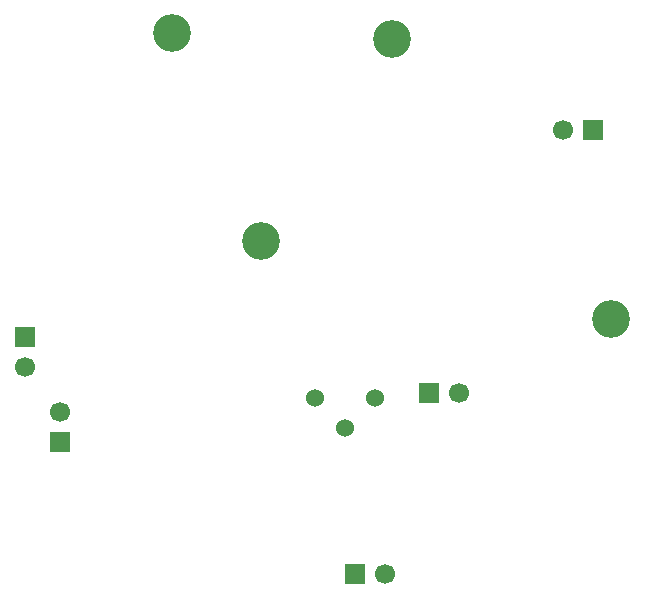
<source format=gbr>
%TF.GenerationSoftware,KiCad,Pcbnew,9.0.7-9.0.7~ubuntu22.04.1*%
%TF.CreationDate,2026-01-21T12:36:39+05:30*%
%TF.ProjectId,HV_POWER_SUPPLY_NEWSHAPE,48565f50-4f57-4455-925f-535550504c59,V1.0*%
%TF.SameCoordinates,Original*%
%TF.FileFunction,Soldermask,Bot*%
%TF.FilePolarity,Negative*%
%FSLAX46Y46*%
G04 Gerber Fmt 4.6, Leading zero omitted, Abs format (unit mm)*
G04 Created by KiCad (PCBNEW 9.0.7-9.0.7~ubuntu22.04.1) date 2026-01-21 12:36:39*
%MOMM*%
%LPD*%
G01*
G04 APERTURE LIST*
%ADD10R,1.700000X1.700000*%
%ADD11C,1.700000*%
%ADD12C,3.200000*%
%ADD13C,1.524003*%
G04 APERTURE END LIST*
D10*
%TO.C,J1*%
X154500000Y-116250000D03*
D11*
X154500000Y-113710000D03*
%TD*%
D10*
%TO.C,J5*%
X199565000Y-89860000D03*
D11*
X197025000Y-89860000D03*
%TD*%
D10*
%TO.C,J4*%
X179475000Y-127400000D03*
D11*
X182015000Y-127400000D03*
%TD*%
D12*
%TO.C,H3*%
X182575000Y-82125000D03*
%TD*%
%TO.C,H1*%
X163975000Y-81625000D03*
%TD*%
%TO.C,H4*%
X201090000Y-105800000D03*
%TD*%
D13*
%TO.C,R9*%
X181100000Y-112529997D03*
X178559995Y-115070003D03*
X176019990Y-112529997D03*
%TD*%
D10*
%TO.C,J2*%
X151540000Y-107390000D03*
D11*
X151540000Y-109930000D03*
%TD*%
D12*
%TO.C,H2*%
X171450000Y-99270000D03*
%TD*%
D10*
%TO.C,J3*%
X185675000Y-112100000D03*
D11*
X188215000Y-112100000D03*
%TD*%
M02*

</source>
